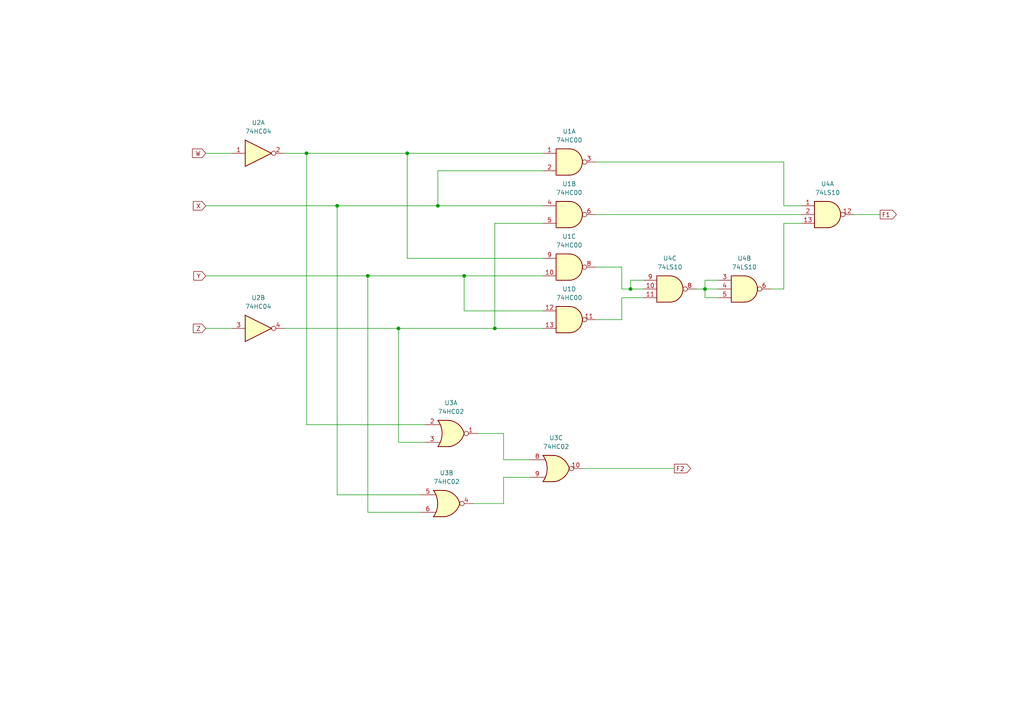
<source format=kicad_sch>
(kicad_sch (version 20211123) (generator eeschema)
  (paper "A4")
  (lib_symbols
    (symbol "74xx:74HC00" (pin_names (offset 1.016))
      (property "Reference" "U" (at 0 1.27 0))
      (property "Value" "74HC00" (at 0 -1.27 0))
      (symbol "74HC00_1_1"
        (arc (start 0 -3.81) (mid 3.81 0) (end 0 3.81) (stroke (width 0.254)) (fill (type background)))
        (polyline (pts (xy 0 3.81) (xy -3.81 3.81) (xy -3.81 -3.81) (xy 0 -3.81)) (stroke (width 0.254)) (fill (type background)))
        (pin input line (at -7.62 2.54 0) (length 3.81) (name "~") (number "1"))
        (pin input line (at -7.62 -2.54 0) (length 3.81) (name "~") (number "2"))
        (pin output inverted (at 7.62 0 180) (length 3.81) (name "~") (number "3"))
      )
      (symbol "74HC00_1_2"
        (arc (start -3.81 -3.81) (mid -2.589 0) (end -3.81 3.81) (stroke (width 0.254)))
        (arc (start -0.6096 -3.81) (mid 2.1855 -2.584) (end 3.81 0) (stroke (width 0.254)) (fill (type background)))
        (polyline (pts (xy -3.81 -3.81) (xy -0.635 -3.81)) (stroke (width 0.254)) (fill (type background)))
        (polyline (pts (xy -3.81 3.81) (xy -0.635 3.81)) (stroke (width 0.254)) (fill (type background)))
        (polyline (pts (xy -0.635 3.81) (xy -3.81 3.81) (xy -3.81 3.81) (xy -3.556 3.4036) (xy -3.0226 2.2606) (xy -2.6924 1.0414) (xy -2.6162 -0.254) (xy -2.7686 -1.4986) (xy -3.175 -2.7178) (xy -3.81 -3.81) (xy -3.81 -3.81) (xy -0.635 -3.81)) (stroke (width -25.4)) (fill (type background)))
        (arc (start 3.81 0) (mid 2.1928 2.5925) (end -0.6096 3.81) (stroke (width 0.254)) (fill (type background)))
        (pin input inverted (at -7.62 2.54 0) (length 4.318) (name "~") (number "1"))
        (pin input inverted (at -7.62 -2.54 0) (length 4.318) (name "~") (number "2"))
        (pin output line (at 7.62 0 180) (length 3.81) (name "~") (number "3"))
      )
      (symbol "74HC00_2_1"
        (arc (start 0 -3.81) (mid 3.81 0) (end 0 3.81) (stroke (width 0.254)) (fill (type background)))
        (polyline (pts (xy 0 3.81) (xy -3.81 3.81) (xy -3.81 -3.81) (xy 0 -3.81)) (stroke (width 0.254)) (fill (type background)))
        (pin input line (at -7.62 2.54 0) (length 3.81) (name "~") (number "4"))
        (pin input line (at -7.62 -2.54 0) (length 3.81) (name "~") (number "5"))
        (pin output inverted (at 7.62 0 180) (length 3.81) (name "~") (number "6"))
      )
      (symbol "74HC00_2_2"
        (arc (start -3.81 -3.81) (mid -2.589 0) (end -3.81 3.81) (stroke (width 0.254)))
        (arc (start -0.6096 -3.81) (mid 2.1855 -2.584) (end 3.81 0) (stroke (width 0.254)) (fill (type background)))
        (polyline (pts (xy -3.81 -3.81) (xy -0.635 -3.81)) (stroke (width 0.254)) (fill (type background)))
        (polyline (pts (xy -3.81 3.81) (xy -0.635 3.81)) (stroke (width 0.254)) (fill (type background)))
        (polyline (pts (xy -0.635 3.81) (xy -3.81 3.81) (xy -3.81 3.81) (xy -3.556 3.4036) (xy -3.0226 2.2606) (xy -2.6924 1.0414) (xy -2.6162 -0.254) (xy -2.7686 -1.4986) (xy -3.175 -2.7178) (xy -3.81 -3.81) (xy -3.81 -3.81) (xy -0.635 -3.81)) (stroke (width -25.4)) (fill (type background)))
        (arc (start 3.81 0) (mid 2.1928 2.5925) (end -0.6096 3.81) (stroke (width 0.254)) (fill (type background)))
        (pin input inverted (at -7.62 2.54 0) (length 4.318) (name "~") (number "4"))
        (pin input inverted (at -7.62 -2.54 0) (length 4.318) (name "~") (number "5"))
        (pin output line (at 7.62 0 180) (length 3.81) (name "~") (number "6"))
      )
      (symbol "74HC00_3_1"
        (arc (start 0 -3.81) (mid 3.81 0) (end 0 3.81) (stroke (width 0.254)) (fill (type background)))
        (polyline (pts (xy 0 3.81) (xy -3.81 3.81) (xy -3.81 -3.81) (xy 0 -3.81)) (stroke (width 0.254)) (fill (type background)))
        (pin input line (at -7.62 -2.54 0) (length 3.81) (name "~") (number "10"))
        (pin output inverted (at 7.62 0 180) (length 3.81) (name "~") (number "8"))
        (pin input line (at -7.62 2.54 0) (length 3.81) (name "~") (number "9"))
      )
      (symbol "74HC00_3_2"
        (arc (start -3.81 -3.81) (mid -2.589 0) (end -3.81 3.81) (stroke (width 0.254)))
        (arc (start -0.6096 -3.81) (mid 2.1855 -2.584) (end 3.81 0) (stroke (width 0.254)) (fill (type background)))
        (polyline (pts (xy -3.81 -3.81) (xy -0.635 -3.81)) (stroke (width 0.254)) (fill (type background)))
        (polyline (pts (xy -3.81 3.81) (xy -0.635 3.81)) (stroke (width 0.254)) (fill (type background)))
        (polyline (pts (xy -0.635 3.81) (xy -3.81 3.81) (xy -3.81 3.81) (xy -3.556 3.4036) (xy -3.0226 2.2606) (xy -2.6924 1.0414) (xy -2.6162 -0.254) (xy -2.7686 -1.4986) (xy -3.175 -2.7178) (xy -3.81 -3.81) (xy -3.81 -3.81) (xy -0.635 -3.81)) (stroke (width -25.4)) (fill (type background)))
        (arc (start 3.81 0) (mid 2.1928 2.5925) (end -0.6096 3.81) (stroke (width 0.254)) (fill (type background)))
        (pin input inverted (at -7.62 -2.54 0) (length 4.318) (name "~") (number "10"))
        (pin output line (at 7.62 0 180) (length 3.81) (name "~") (number "8"))
        (pin input inverted (at -7.62 2.54 0) (length 4.318) (name "~") (number "9"))
      )
      (symbol "74HC00_4_1"
        (arc (start 0 -3.81) (mid 3.81 0) (end 0 3.81) (stroke (width 0.254)) (fill (type background)))
        (polyline (pts (xy 0 3.81) (xy -3.81 3.81) (xy -3.81 -3.81) (xy 0 -3.81)) (stroke (width 0.254)) (fill (type background)))
        (pin output inverted (at 7.62 0 180) (length 3.81) (name "~") (number "11"))
        (pin input line (at -7.62 2.54 0) (length 3.81) (name "~") (number "12"))
        (pin input line (at -7.62 -2.54 0) (length 3.81) (name "~") (number "13"))
      )
      (symbol "74HC00_4_2"
        (arc (start -3.81 -3.81) (mid -2.589 0) (end -3.81 3.81) (stroke (width 0.254)))
        (arc (start -0.6096 -3.81) (mid 2.1855 -2.584) (end 3.81 0) (stroke (width 0.254)) (fill (type background)))
        (polyline (pts (xy -3.81 -3.81) (xy -0.635 -3.81)) (stroke (width 0.254)) (fill (type background)))
        (polyline (pts (xy -3.81 3.81) (xy -0.635 3.81)) (stroke (width 0.254)) (fill (type background)))
        (polyline (pts (xy -0.635 3.81) (xy -3.81 3.81) (xy -3.81 3.81) (xy -3.556 3.4036) (xy -3.0226 2.2606) (xy -2.6924 1.0414) (xy -2.6162 -0.254) (xy -2.7686 -1.4986) (xy -3.175 -2.7178) (xy -3.81 -3.81) (xy -3.81 -3.81) (xy -0.635 -3.81)) (stroke (width -25.4)) (fill (type background)))
        (arc (start 3.81 0) (mid 2.1928 2.5925) (end -0.6096 3.81) (stroke (width 0.254)) (fill (type background)))
        (pin output line (at 7.62 0 180) (length 3.81) (name "~") (number "11"))
        (pin input inverted (at -7.62 2.54 0) (length 4.318) (name "~") (number "12"))
        (pin input inverted (at -7.62 -2.54 0) (length 4.318) (name "~") (number "13"))
      )
      (symbol "74HC00_5_0"
        (pin power_in line (at 0 12.7 270) (length 5.08) (name "VCC") (number "14"))
        (pin power_in line (at 0 -12.7 90) (length 5.08) (name "GND") (number "7"))
      )
      (symbol "74HC00_5_1"
        (rectangle (start -5.08 7.62) (end 5.08 -7.62) (stroke (width 0.254)) (fill (type background)))
      )
    )
    (symbol "74xx:74HC02" (pin_names (offset 1.016))
      (property "Reference" "U" (at 0 1.27 0))
      (property "Value" "74HC02" (at 0 -1.27 0))
      (symbol "74HC02_1_1"
        (arc (start -3.81 -3.81) (mid -2.589 0) (end -3.81 3.81) (stroke (width 0.254)))
        (arc (start -0.6096 -3.81) (mid 2.1855 -2.584) (end 3.81 0) (stroke (width 0.254)) (fill (type background)))
        (polyline (pts (xy -3.81 -3.81) (xy -0.635 -3.81)) (stroke (width 0.254)) (fill (type background)))
        (polyline (pts (xy -3.81 3.81) (xy -0.635 3.81)) (stroke (width 0.254)) (fill (type background)))
        (polyline (pts (xy -0.635 3.81) (xy -3.81 3.81) (xy -3.81 3.81) (xy -3.556 3.4036) (xy -3.0226 2.2606) (xy -2.6924 1.0414) (xy -2.6162 -0.254) (xy -2.7686 -1.4986) (xy -3.175 -2.7178) (xy -3.81 -3.81) (xy -3.81 -3.81) (xy -0.635 -3.81)) (stroke (width -25.4)) (fill (type background)))
        (arc (start 3.81 0) (mid 2.1928 2.5925) (end -0.6096 3.81) (stroke (width 0.254)) (fill (type background)))
        (pin output inverted (at 7.62 0 180) (length 3.81) (name "~") (number "1"))
        (pin input line (at -7.62 2.54 0) (length 4.318) (name "~") (number "2"))
        (pin input line (at -7.62 -2.54 0) (length 4.318) (name "~") (number "3"))
      )
      (symbol "74HC02_1_2"
        (arc (start 0 -3.81) (mid 3.81 0) (end 0 3.81) (stroke (width 0.254)) (fill (type background)))
        (polyline (pts (xy 0 3.81) (xy -3.81 3.81) (xy -3.81 -3.81) (xy 0 -3.81)) (stroke (width 0.254)) (fill (type background)))
        (pin output line (at 7.62 0 180) (length 3.81) (name "~") (number "1"))
        (pin input inverted (at -7.62 2.54 0) (length 3.81) (name "~") (number "2"))
        (pin input inverted (at -7.62 -2.54 0) (length 3.81) (name "~") (number "3"))
      )
      (symbol "74HC02_2_1"
        (arc (start -3.81 -3.81) (mid -2.589 0) (end -3.81 3.81) (stroke (width 0.254)))
        (arc (start -0.6096 -3.81) (mid 2.1855 -2.584) (end 3.81 0) (stroke (width 0.254)) (fill (type background)))
        (polyline (pts (xy -3.81 -3.81) (xy -0.635 -3.81)) (stroke (width 0.254)) (fill (type background)))
        (polyline (pts (xy -3.81 3.81) (xy -0.635 3.81)) (stroke (width 0.254)) (fill (type background)))
        (polyline (pts (xy -0.635 3.81) (xy -3.81 3.81) (xy -3.81 3.81) (xy -3.556 3.4036) (xy -3.0226 2.2606) (xy -2.6924 1.0414) (xy -2.6162 -0.254) (xy -2.7686 -1.4986) (xy -3.175 -2.7178) (xy -3.81 -3.81) (xy -3.81 -3.81) (xy -0.635 -3.81)) (stroke (width -25.4)) (fill (type background)))
        (arc (start 3.81 0) (mid 2.1928 2.5925) (end -0.6096 3.81) (stroke (width 0.254)) (fill (type background)))
        (pin output inverted (at 7.62 0 180) (length 3.81) (name "~") (number "4"))
        (pin input line (at -7.62 2.54 0) (length 4.318) (name "~") (number "5"))
        (pin input line (at -7.62 -2.54 0) (length 4.318) (name "~") (number "6"))
      )
      (symbol "74HC02_2_2"
        (arc (start 0 -3.81) (mid 3.81 0) (end 0 3.81) (stroke (width 0.254)) (fill (type background)))
        (polyline (pts (xy 0 3.81) (xy -3.81 3.81) (xy -3.81 -3.81) (xy 0 -3.81)) (stroke (width 0.254)) (fill (type background)))
        (pin output line (at 7.62 0 180) (length 3.81) (name "~") (number "4"))
        (pin input inverted (at -7.62 2.54 0) (length 3.81) (name "~") (number "5"))
        (pin input inverted (at -7.62 -2.54 0) (length 3.81) (name "~") (number "6"))
      )
      (symbol "74HC02_3_1"
        (arc (start -3.81 -3.81) (mid -2.589 0) (end -3.81 3.81) (stroke (width 0.254)))
        (arc (start -0.6096 -3.81) (mid 2.1855 -2.584) (end 3.81 0) (stroke (width 0.254)) (fill (type background)))
        (polyline (pts (xy -3.81 -3.81) (xy -0.635 -3.81)) (stroke (width 0.254)) (fill (type background)))
        (polyline (pts (xy -3.81 3.81) (xy -0.635 3.81)) (stroke (width 0.254)) (fill (type background)))
        (polyline (pts (xy -0.635 3.81) (xy -3.81 3.81) (xy -3.81 3.81) (xy -3.556 3.4036) (xy -3.0226 2.2606) (xy -2.6924 1.0414) (xy -2.6162 -0.254) (xy -2.7686 -1.4986) (xy -3.175 -2.7178) (xy -3.81 -3.81) (xy -3.81 -3.81) (xy -0.635 -3.81)) (stroke (width -25.4)) (fill (type background)))
        (arc (start 3.81 0) (mid 2.1928 2.5925) (end -0.6096 3.81) (stroke (width 0.254)) (fill (type background)))
        (pin output inverted (at 7.62 0 180) (length 3.81) (name "~") (number "10"))
        (pin input line (at -7.62 2.54 0) (length 4.318) (name "~") (number "8"))
        (pin input line (at -7.62 -2.54 0) (length 4.318) (name "~") (number "9"))
      )
      (symbol "74HC02_3_2"
        (arc (start 0 -3.81) (mid 3.81 0) (end 0 3.81) (stroke (width 0.254)) (fill (type background)))
        (polyline (pts (xy 0 3.81) (xy -3.81 3.81) (xy -3.81 -3.81) (xy 0 -3.81)) (stroke (width 0.254)) (fill (type background)))
        (pin output line (at 7.62 0 180) (length 3.81) (name "~") (number "10"))
        (pin input inverted (at -7.62 2.54 0) (length 3.81) (name "~") (number "8"))
        (pin input inverted (at -7.62 -2.54 0) (length 3.81) (name "~") (number "9"))
      )
      (symbol "74HC02_4_1"
        (arc (start -3.81 -3.81) (mid -2.589 0) (end -3.81 3.81) (stroke (width 0.254)))
        (arc (start -0.6096 -3.81) (mid 2.1855 -2.584) (end 3.81 0) (stroke (width 0.254)) (fill (type background)))
        (polyline (pts (xy -3.81 -3.81) (xy -0.635 -3.81)) (stroke (width 0.254)) (fill (type background)))
        (polyline (pts (xy -3.81 3.81) (xy -0.635 3.81)) (stroke (width 0.254)) (fill (type background)))
        (polyline (pts (xy -0.635 3.81) (xy -3.81 3.81) (xy -3.81 3.81) (xy -3.556 3.4036) (xy -3.0226 2.2606) (xy -2.6924 1.0414) (xy -2.6162 -0.254) (xy -2.7686 -1.4986) (xy -3.175 -2.7178) (xy -3.81 -3.81) (xy -3.81 -3.81) (xy -0.635 -3.81)) (stroke (width -25.4)) (fill (type background)))
        (arc (start 3.81 0) (mid 2.1928 2.5925) (end -0.6096 3.81) (stroke (width 0.254)) (fill (type background)))
        (pin input line (at -7.62 2.54 0) (length 4.318) (name "~") (number "11"))
        (pin input line (at -7.62 -2.54 0) (length 4.318) (name "~") (number "12"))
        (pin output inverted (at 7.62 0 180) (length 3.81) (name "~") (number "13"))
      )
      (symbol "74HC02_4_2"
        (arc (start 0 -3.81) (mid 3.81 0) (end 0 3.81) (stroke (width 0.254)) (fill (type background)))
        (polyline (pts (xy 0 3.81) (xy -3.81 3.81) (xy -3.81 -3.81) (xy 0 -3.81)) (stroke (width 0.254)) (fill (type background)))
        (pin input inverted (at -7.62 2.54 0) (length 3.81) (name "~") (number "11"))
        (pin input inverted (at -7.62 -2.54 0) (length 3.81) (name "~") (number "12"))
        (pin output line (at 7.62 0 180) (length 3.81) (name "~") (number "13"))
      )
      (symbol "74HC02_5_0"
        (pin power_in line (at 0 12.7 270) (length 5.08) (name "VCC") (number "14"))
        (pin power_in line (at 0 -12.7 90) (length 5.08) (name "GND") (number "7"))
      )
      (symbol "74HC02_5_1"
        (rectangle (start -5.08 7.62) (end 5.08 -7.62) (stroke (width 0.254)) (fill (type background)))
      )
    )
    (symbol "74xx:74HC04"
      (property "Reference" "U" (at 0 1.27 0))
      (property "Value" "74HC04" (at 0 -1.27 0))
      (symbol "74HC04_1_0"
        (polyline (pts (xy -3.81 3.81) (xy -3.81 -3.81) (xy 3.81 0) (xy -3.81 3.81)) (stroke (width 0.254)) (fill (type background)))
        (pin input line (at -7.62 0 0) (length 3.81) (name "~") (number "1"))
        (pin output inverted (at 7.62 0 180) (length 3.81) (name "~") (number "2"))
      )
      (symbol "74HC04_2_0"
        (polyline (pts (xy -3.81 3.81) (xy -3.81 -3.81) (xy 3.81 0) (xy -3.81 3.81)) (stroke (width 0.254)) (fill (type background)))
        (pin input line (at -7.62 0 0) (length 3.81) (name "~") (number "3"))
        (pin output inverted (at 7.62 0 180) (length 3.81) (name "~") (number "4"))
      )
      (symbol "74HC04_3_0"
        (polyline (pts (xy -3.81 3.81) (xy -3.81 -3.81) (xy 3.81 0) (xy -3.81 3.81)) (stroke (width 0.254)) (fill (type background)))
        (pin input line (at -7.62 0 0) (length 3.81) (name "~") (number "5"))
        (pin output inverted (at 7.62 0 180) (length 3.81) (name "~") (number "6"))
      )
      (symbol "74HC04_4_0"
        (polyline (pts (xy -3.81 3.81) (xy -3.81 -3.81) (xy 3.81 0) (xy -3.81 3.81)) (stroke (width 0.254)) (fill (type background)))
        (pin output inverted (at 7.62 0 180) (length 3.81) (name "~") (number "8"))
        (pin input line (at -7.62 0 0) (length 3.81) (name "~") (number "9"))
      )
      (symbol "74HC04_5_0"
        (polyline (pts (xy -3.81 3.81) (xy -3.81 -3.81) (xy 3.81 0) (xy -3.81 3.81)) (stroke (width 0.254)) (fill (type background)))
        (pin output inverted (at 7.62 0 180) (length 3.81) (name "~") (number "10"))
        (pin input line (at -7.62 0 0) (length 3.81) (name "~") (number "11"))
      )
      (symbol "74HC04_6_0"
        (polyline (pts (xy -3.81 3.81) (xy -3.81 -3.81) (xy 3.81 0) (xy -3.81 3.81)) (stroke (width 0.254)) (fill (type background)))
        (pin output inverted (at 7.62 0 180) (length 3.81) (name "~") (number "12"))
        (pin input line (at -7.62 0 0) (length 3.81) (name "~") (number "13"))
      )
      (symbol "74HC04_7_0"
        (pin power_in line (at 0 12.7 270) (length 5.08) (name "VCC") (number "14"))
        (pin power_in line (at 0 -12.7 90) (length 5.08) (name "GND") (number "7"))
      )
      (symbol "74HC04_7_1"
        (rectangle (start -5.08 7.62) (end 5.08 -7.62) (stroke (width 0.254)) (fill (type background)))
      )
    )
    (symbol "74xx:74LS10" (pin_names (offset 1.016))
      (property "Reference" "U" (at 0 1.27 0))
      (property "Value" "74LS10" (at 0 -1.27 0))
      (symbol "74LS10_1_1"
        (arc (start 0 -3.81) (mid 3.81 0) (end 0 3.81) (stroke (width 0.254)) (fill (type background)))
        (polyline (pts (xy 0 3.81) (xy -3.81 3.81) (xy -3.81 -3.81) (xy 0 -3.81)) (stroke (width 0.254)) (fill (type background)))
        (pin input line (at -7.62 2.54 0) (length 3.81) (name "~") (number "1"))
        (pin output inverted (at 7.62 0 180) (length 3.81) (name "~") (number "12"))
        (pin input line (at -7.62 -2.54 0) (length 3.81) (name "~") (number "13"))
        (pin input line (at -7.62 0 0) (length 3.81) (name "~") (number "2"))
      )
      (symbol "74LS10_1_2"
        (arc (start -3.81 -3.81) (mid -2.589 0) (end -3.81 3.81) (stroke (width 0.254)))
        (arc (start -0.6096 -3.81) (mid 2.1855 -2.584) (end 3.81 0) (stroke (width 0.254)) (fill (type background)))
        (polyline (pts (xy -3.81 -3.81) (xy -0.635 -3.81)) (stroke (width 0.254)) (fill (type background)))
        (polyline (pts (xy -3.81 3.81) (xy -0.635 3.81)) (stroke (width 0.254)) (fill (type background)))
        (polyline (pts (xy -0.635 3.81) (xy -3.81 3.81) (xy -3.81 3.81) (xy -3.556 3.4036) (xy -3.0226 2.2606) (xy -2.6924 1.0414) (xy -2.6162 -0.254) (xy -2.7686 -1.4986) (xy -3.175 -2.7178) (xy -3.81 -3.81) (xy -3.81 -3.81) (xy -0.635 -3.81)) (stroke (width -25.4)) (fill (type background)))
        (arc (start 3.81 0) (mid 2.1928 2.5925) (end -0.6096 3.81) (stroke (width 0.254)) (fill (type background)))
        (pin input inverted (at -7.62 2.54 0) (length 4.318) (name "~") (number "1"))
        (pin output line (at 7.62 0 180) (length 3.81) (name "~") (number "12"))
        (pin input inverted (at -7.62 -2.54 0) (length 4.318) (name "~") (number "13"))
        (pin input inverted (at -7.62 0 0) (length 4.953) (name "~") (number "2"))
      )
      (symbol "74LS10_2_1"
        (arc (start 0 -3.81) (mid 3.81 0) (end 0 3.81) (stroke (width 0.254)) (fill (type background)))
        (polyline (pts (xy 0 3.81) (xy -3.81 3.81) (xy -3.81 -3.81) (xy 0 -3.81)) (stroke (width 0.254)) (fill (type background)))
        (pin input line (at -7.62 2.54 0) (length 3.81) (name "~") (number "3"))
        (pin input line (at -7.62 0 0) (length 3.81) (name "~") (number "4"))
        (pin input line (at -7.62 -2.54 0) (length 3.81) (name "~") (number "5"))
        (pin output inverted (at 7.62 0 180) (length 3.81) (name "~") (number "6"))
      )
      (symbol "74LS10_2_2"
        (arc (start -3.81 -3.81) (mid -2.589 0) (end -3.81 3.81) (stroke (width 0.254)))
        (arc (start -0.6096 -3.81) (mid 2.1855 -2.584) (end 3.81 0) (stroke (width 0.254)) (fill (type background)))
        (polyline (pts (xy -3.81 -3.81) (xy -0.635 -3.81)) (stroke (width 0.254)) (fill (type background)))
        (polyline (pts (xy -3.81 3.81) (xy -0.635 3.81)) (stroke (width 0.254)) (fill (type background)))
        (polyline (pts (xy -0.635 3.81) (xy -3.81 3.81) (xy -3.81 3.81) (xy -3.556 3.4036) (xy -3.0226 2.2606) (xy -2.6924 1.0414) (xy -2.6162 -0.254) (xy -2.7686 -1.4986) (xy -3.175 -2.7178) (xy -3.81 -3.81) (xy -3.81 -3.81) (xy -0.635 -3.81)) (stroke (width -25.4)) (fill (type background)))
        (arc (start 3.81 0) (mid 2.1928 2.5925) (end -0.6096 3.81) (stroke (width 0.254)) (fill (type background)))
        (pin input inverted (at -7.62 2.54 0) (length 4.318) (name "~") (number "3"))
        (pin input inverted (at -7.62 0 0) (length 4.953) (name "~") (number "4"))
        (pin input inverted (at -7.62 -2.54 0) (length 4.318) (name "~") (number "5"))
        (pin output line (at 7.62 0 180) (length 3.81) (name "~") (number "6"))
      )
      (symbol "74LS10_3_1"
        (arc (start 0 -3.81) (mid 3.81 0) (end 0 3.81) (stroke (width 0.254)) (fill (type background)))
        (polyline (pts (xy 0 3.81) (xy -3.81 3.81) (xy -3.81 -3.81) (xy 0 -3.81)) (stroke (width 0.254)) (fill (type background)))
        (pin input line (at -7.62 0 0) (length 3.81) (name "~") (number "10"))
        (pin input line (at -7.62 -2.54 0) (length 3.81) (name "~") (number "11"))
        (pin output inverted (at 7.62 0 180) (length 3.81) (name "~") (number "8"))
        (pin input line (at -7.62 2.54 0) (length 3.81) (name "~") (number "9"))
      )
      (symbol "74LS10_3_2"
        (arc (start -3.81 -3.81) (mid -2.589 0) (end -3.81 3.81) (stroke (width 0.254)))
        (arc (start -0.6096 -3.81) (mid 2.1855 -2.584) (end 3.81 0) (stroke (width 0.254)) (fill (type background)))
        (polyline (pts (xy -3.81 -3.81) (xy -0.635 -3.81)) (stroke (width 0.254)) (fill (type background)))
        (polyline (pts (xy -3.81 3.81) (xy -0.635 3.81)) (stroke (width 0.254)) (fill (type background)))
        (polyline (pts (xy -0.635 3.81) (xy -3.81 3.81) (xy -3.81 3.81) (xy -3.556 3.4036) (xy -3.0226 2.2606) (xy -2.6924 1.0414) (xy -2.6162 -0.254) (xy -2.7686 -1.4986) (xy -3.175 -2.7178) (xy -3.81 -3.81) (xy -3.81 -3.81) (xy -0.635 -3.81)) (stroke (width -25.4)) (fill (type background)))
        (arc (start 3.81 0) (mid 2.1928 2.5925) (end -0.6096 3.81) (stroke (width 0.254)) (fill (type background)))
        (pin input inverted (at -7.62 0 0) (length 4.953) (name "~") (number "10"))
        (pin input inverted (at -7.62 -2.54 0) (length 4.318) (name "~") (number "11"))
        (pin output line (at 7.62 0 180) (length 3.81) (name "~") (number "8"))
        (pin input inverted (at -7.62 2.54 0) (length 4.318) (name "~") (number "9"))
      )
      (symbol "74LS10_4_0"
        (pin power_in line (at 0 12.7 270) (length 5.08) (name "VCC") (number "14"))
        (pin power_in line (at 0 -12.7 90) (length 5.08) (name "GND") (number "7"))
      )
      (symbol "74LS10_4_1"
        (rectangle (start -5.08 7.62) (end 5.08 -7.62) (stroke (width 0.254)) (fill (type background)))
      )
    )
  )
  (junction (at 97.79 59.69))
  (junction (at 204.47 83.82))
  (junction (at 115.57 95.25))
  (junction (at 106.68 80.01))
  (junction (at 143.51 95.25))
  (junction (at 118.11 44.45))
  (junction (at 134.62 80.01))
  (junction (at 88.9 44.45))
  (junction (at 127 59.69))
  (junction (at 182.88 83.82))
  (wire (pts (xy 127 49.53) (xy 127 59.69)))
  (wire (pts (xy 115.57 128.27) (xy 123.19 128.27)))
  (wire (pts (xy 227.33 46.99) (xy 227.33 59.69)))
  (wire (pts (xy 118.11 44.45) (xy 157.48 44.45)))
  (wire (pts (xy 59.69 95.25) (xy 67.31 95.25)))
  (wire (pts (xy 106.68 148.59) (xy 121.92 148.59)))
  (wire (pts (xy 97.79 143.51) (xy 121.92 143.51)))
  (wire (pts (xy 172.72 46.99) (xy 227.33 46.99)))
  (wire (pts (xy 247.65 62.23) (xy 255.27 62.23)))
  (wire (pts (xy 88.9 44.45) (xy 88.9 123.19)))
  (wire (pts (xy 127 59.69) (xy 157.48 59.69)))
  (wire (pts (xy 168.91 135.89) (xy 195.58 135.89)))
  (wire (pts (xy 204.47 83.82) (xy 208.28 83.82)))
  (wire (pts (xy 186.69 81.28) (xy 182.88 81.28)))
  (wire (pts (xy 97.79 59.69) (xy 127 59.69)))
  (wire (pts (xy 134.62 90.17) (xy 134.62 80.01)))
  (wire (pts (xy 146.05 133.35) (xy 153.67 133.35)))
  (wire (pts (xy 180.34 77.47) (xy 180.34 83.82)))
  (wire (pts (xy 172.72 62.23) (xy 232.41 62.23)))
  (wire (pts (xy 208.28 86.36) (xy 204.47 86.36)))
  (wire (pts (xy 182.88 81.28) (xy 182.88 83.82)))
  (wire (pts (xy 180.34 92.71) (xy 180.34 86.36)))
  (wire (pts (xy 115.57 95.25) (xy 143.51 95.25)))
  (wire (pts (xy 88.9 123.19) (xy 123.19 123.19)))
  (wire (pts (xy 223.52 83.82) (xy 227.33 83.82)))
  (wire (pts (xy 143.51 64.77) (xy 157.48 64.77)))
  (wire (pts (xy 172.72 77.47) (xy 180.34 77.47)))
  (wire (pts (xy 201.93 83.82) (xy 204.47 83.82)))
  (wire (pts (xy 182.88 83.82) (xy 186.69 83.82)))
  (wire (pts (xy 138.43 125.73) (xy 146.05 125.73)))
  (wire (pts (xy 172.72 92.71) (xy 180.34 92.71)))
  (wire (pts (xy 59.69 80.01) (xy 106.68 80.01)))
  (wire (pts (xy 204.47 86.36) (xy 204.47 83.82)))
  (wire (pts (xy 204.47 83.82) (xy 204.47 81.28)))
  (wire (pts (xy 146.05 138.43) (xy 153.67 138.43)))
  (wire (pts (xy 97.79 143.51) (xy 97.79 59.69)))
  (wire (pts (xy 227.33 59.69) (xy 232.41 59.69)))
  (wire (pts (xy 115.57 95.25) (xy 115.57 128.27)))
  (wire (pts (xy 59.69 44.45) (xy 67.31 44.45)))
  (wire (pts (xy 180.34 83.82) (xy 182.88 83.82)))
  (wire (pts (xy 137.16 146.05) (xy 146.05 146.05)))
  (wire (pts (xy 146.05 146.05) (xy 146.05 138.43)))
  (wire (pts (xy 88.9 44.45) (xy 118.11 44.45)))
  (wire (pts (xy 227.33 83.82) (xy 227.33 64.77)))
  (wire (pts (xy 82.55 95.25) (xy 115.57 95.25)))
  (wire (pts (xy 118.11 44.45) (xy 118.11 74.93)))
  (wire (pts (xy 134.62 80.01) (xy 157.48 80.01)))
  (wire (pts (xy 157.48 90.17) (xy 134.62 90.17)))
  (wire (pts (xy 118.11 74.93) (xy 157.48 74.93)))
  (wire (pts (xy 127 49.53) (xy 157.48 49.53)))
  (wire (pts (xy 146.05 125.73) (xy 146.05 133.35)))
  (wire (pts (xy 106.68 80.01) (xy 106.68 148.59)))
  (wire (pts (xy 143.51 95.25) (xy 157.48 95.25)))
  (wire (pts (xy 106.68 80.01) (xy 134.62 80.01)))
  (wire (pts (xy 59.69 59.69) (xy 97.79 59.69)))
  (wire (pts (xy 143.51 95.25) (xy 143.51 64.77)))
  (wire (pts (xy 227.33 64.77) (xy 232.41 64.77)))
  (wire (pts (xy 82.55 44.45) (xy 88.9 44.45)))
  (wire (pts (xy 180.34 86.36) (xy 186.69 86.36)))
  (wire (pts (xy 204.47 81.28) (xy 208.28 81.28)))
  (global_label "Z" (shape input) (at 59.69 95.25 180) (property "Intersheet References" "${INTERSHEET_REFS}" (effects hide)))
  (global_label "F2" (shape output) (at 195.58 135.89 0) (property "Intersheet References" "${INTERSHEET_REFS}" (effects hide)))
  (global_label "F1" (shape output) (at 255.27 62.23 0) (property "Intersheet References" "${INTERSHEET_REFS}" (effects hide)))
  (global_label "Y" (shape input) (at 59.69 80.01 180) (property "Intersheet References" "${INTERSHEET_REFS}" (effects hide)))
  (global_label "W" (shape input) (at 59.69 44.45 180) (property "Intersheet References" "${INTERSHEET_REFS}" (effects hide)))
  (global_label "X" (shape input) (at 59.69 59.69 180) (property "Intersheet References" "${INTERSHEET_REFS}" (effects hide)))
  (symbol (lib_id "74xx:74HC02") (at 130.81 125.73 0) (unit 1)
    (property "Reference" "U3" (at 130.81 116.84 0))
    (property "Value" "74HC02" (at 130.81 119.38 0))
    (property "Datasheet" "http://www.ti.com/lit/gpn/sn74hc02" (effects hide))
  )
  (symbol (lib_id "74xx:74HC04") (at 74.93 44.45 0) (unit 1)
    (property "Reference" "U2" (at 74.93 35.56 0))
    (property "Value" "74HC04" (at 74.93 38.1 0))
    (property "Datasheet" "https://assets.nexperia.com/documents/data-sheet/74HC_HCT04.pdf" (effects hide))
  )
  (symbol (lib_id "74xx:74LS10") (at 215.9 83.82 0) (unit 2)
    (property "Reference" "U4" (at 215.9 74.93 0))
    (property "Value" "74LS10" (at 215.9 77.47 0))
    (property "Datasheet" "http://www.ti.com/lit/gpn/sn74LS10" (effects hide))
  )
  (symbol (lib_id "74xx:74HC00") (at 165.1 62.23 0) (unit 2)
    (property "Reference" "U1" (at 165.1 53.34 0))
    (property "Value" "74HC00" (at 165.1 55.88 0))
    (property "Datasheet" "http://www.ti.com/lit/gpn/sn74hc00" (effects hide))
  )
  (symbol (lib_id "74xx:74HC04") (at 74.93 95.25 0) (unit 2)
    (property "Reference" "U2" (at 74.93 86.36 0))
    (property "Value" "74HC04" (at 74.93 88.9 0))
    (property "Datasheet" "https://assets.nexperia.com/documents/data-sheet/74HC_HCT04.pdf" (effects hide))
  )
  (symbol (lib_id "74xx:74HC00") (at 165.1 46.99 0) (unit 1)
    (property "Reference" "U1" (at 165.1 38.1 0))
    (property "Value" "74HC00" (at 165.1 40.64 0))
    (property "Datasheet" "http://www.ti.com/lit/gpn/sn74hc00" (effects hide))
  )
  (symbol (lib_id "74xx:74HC02") (at 161.29 135.89 0) (unit 3)
    (property "Reference" "U3" (at 161.29 127 0))
    (property "Value" "74HC02" (at 161.29 129.54 0))
    (property "Datasheet" "http://www.ti.com/lit/gpn/sn74hc02" (effects hide))
  )
  (symbol (lib_id "74xx:74LS10") (at 194.31 83.82 0) (unit 3)
    (property "Reference" "U4" (at 194.31 74.93 0))
    (property "Value" "74LS10" (at 194.31 77.47 0))
    (property "Datasheet" "http://www.ti.com/lit/gpn/sn74LS10" (effects hide))
  )
  (symbol (lib_id "74xx:74LS10") (at 240.03 62.23 0) (unit 1)
    (property "Reference" "U4" (at 240.03 53.34 0))
    (property "Value" "74LS10" (at 240.03 55.88 0))
    (property "Datasheet" "http://www.ti.com/lit/gpn/sn74LS10" (effects hide))
  )
  (symbol (lib_id "74xx:74HC02") (at 129.54 146.05 0) (unit 2)
    (property "Reference" "U3" (at 129.54 137.16 0))
    (property "Value" "74HC02" (at 129.54 139.7 0))
    (property "Datasheet" "http://www.ti.com/lit/gpn/sn74hc02" (effects hide))
  )
  (symbol (lib_id "74xx:74HC00") (at 165.1 77.47 0) (unit 3)
    (property "Reference" "U1" (at 165.1 68.58 0))
    (property "Value" "74HC00" (at 165.1 71.12 0))
    (property "Datasheet" "http://www.ti.com/lit/gpn/sn74hc00" (effects hide))
  )
  (symbol (lib_id "74xx:74HC00") (at 165.1 92.71 0) (unit 4)
    (property "Reference" "U1" (at 165.1 83.82 0))
    (property "Value" "74HC00" (at 165.1 86.36 0))
    (property "Datasheet" "http://www.ti.com/lit/gpn/sn74hc00" (effects hide))
  )
)
</source>
